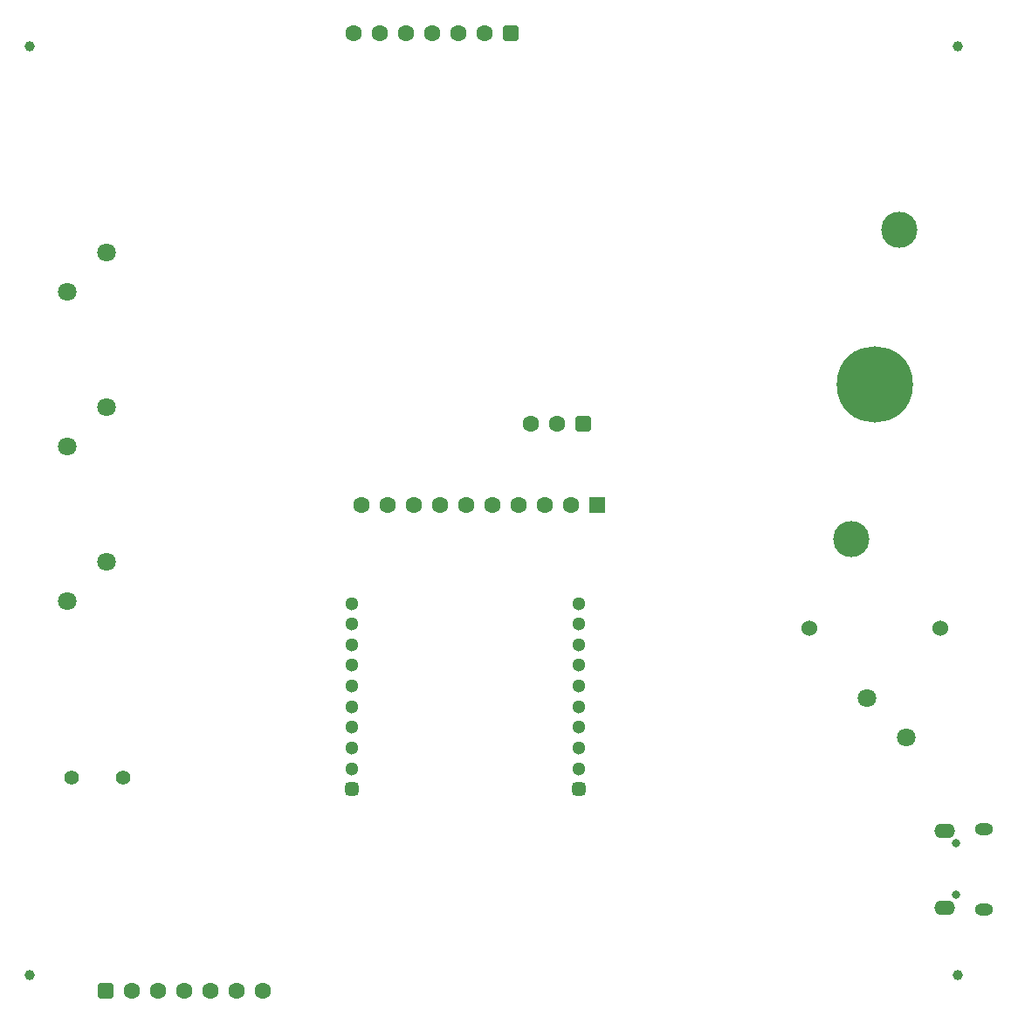
<source format=gbr>
%TF.GenerationSoftware,Altium Limited,Altium Designer,22.7.1 (60)*%
G04 Layer_Color=255*
%FSLAX43Y43*%
%MOMM*%
%TF.SameCoordinates,2B380584-264C-487A-9C59-0A3591007A03*%
%TF.FilePolarity,Positive*%
%TF.FileFunction,Pads,Bot*%
%TF.Part,Single*%
G01*
G75*
%TA.AperFunction,ComponentPad*%
%ADD35C,1.600*%
G04:AMPARAMS|DCode=36|XSize=1.6mm|YSize=1.6mm|CornerRadius=0.4mm|HoleSize=0mm|Usage=FLASHONLY|Rotation=180.000|XOffset=0mm|YOffset=0mm|HoleType=Round|Shape=RoundedRectangle|*
%AMROUNDEDRECTD36*
21,1,1.600,0.800,0,0,180.0*
21,1,0.800,1.600,0,0,180.0*
1,1,0.800,-0.400,0.400*
1,1,0.800,0.400,0.400*
1,1,0.800,0.400,-0.400*
1,1,0.800,-0.400,-0.400*
%
%ADD36ROUNDEDRECTD36*%
%ADD37O,2.000X1.400*%
%ADD38C,0.800*%
%ADD39O,1.800X1.150*%
%ADD40C,1.530*%
%ADD41C,3.500*%
%ADD42C,1.300*%
G04:AMPARAMS|DCode=43|XSize=1.3mm|YSize=1.3mm|CornerRadius=0.325mm|HoleSize=0mm|Usage=FLASHONLY|Rotation=90.000|XOffset=0mm|YOffset=0mm|HoleType=Round|Shape=RoundedRectangle|*
%AMROUNDEDRECTD43*
21,1,1.300,0.650,0,0,90.0*
21,1,0.650,1.300,0,0,90.0*
1,1,0.650,0.325,0.325*
1,1,0.650,0.325,-0.325*
1,1,0.650,-0.325,-0.325*
1,1,0.650,-0.325,0.325*
%
%ADD43ROUNDEDRECTD43*%
%ADD44C,1.800*%
%ADD45R,1.600X1.600*%
%ADD46C,1.400*%
%TA.AperFunction,WasherPad*%
%ADD47C,1.000*%
%TA.AperFunction,ComponentPad*%
%ADD50C,7.400*%
D35*
X36449Y96266D02*
D03*
X38989D02*
D03*
X44069D02*
D03*
X49149D02*
D03*
X46609D02*
D03*
X41529D02*
D03*
X27620Y3500D02*
D03*
X25080D02*
D03*
X20000D02*
D03*
X14920D02*
D03*
X17460D02*
D03*
X22540D02*
D03*
X56174Y58404D02*
D03*
X53634D02*
D03*
X37211Y50546D02*
D03*
X42291D02*
D03*
X47371D02*
D03*
X52451D02*
D03*
X57531D02*
D03*
X54991D02*
D03*
X49911D02*
D03*
X44831D02*
D03*
X39751D02*
D03*
D36*
X51689Y96266D02*
D03*
X12380Y3500D02*
D03*
X58714Y58404D02*
D03*
D37*
X93800Y11515D02*
D03*
Y18965D02*
D03*
D38*
X94900Y12740D02*
D03*
Y17740D02*
D03*
D39*
X97600Y11365D02*
D03*
Y19115D02*
D03*
D40*
X93372Y38611D02*
D03*
X80672D02*
D03*
D41*
X89372Y77221D02*
D03*
X84672Y47251D02*
D03*
D42*
X36244Y41000D02*
D03*
Y39000D02*
D03*
Y37000D02*
D03*
Y25000D02*
D03*
Y27000D02*
D03*
Y29000D02*
D03*
Y31000D02*
D03*
Y33000D02*
D03*
Y35000D02*
D03*
X58244Y41000D02*
D03*
Y39000D02*
D03*
Y37000D02*
D03*
Y25000D02*
D03*
Y27000D02*
D03*
Y29000D02*
D03*
Y31000D02*
D03*
Y33000D02*
D03*
Y35000D02*
D03*
D43*
X36244Y23000D02*
D03*
X58244D02*
D03*
D44*
X12500Y75000D02*
D03*
X8690Y71190D02*
D03*
X12500Y60000D02*
D03*
X8690Y56190D02*
D03*
X12500Y45000D02*
D03*
X8690Y41190D02*
D03*
X90000Y28000D02*
D03*
X86190Y31810D02*
D03*
D45*
X60071Y50546D02*
D03*
D46*
X9057Y24130D02*
D03*
X14057D02*
D03*
D47*
X5000Y5000D02*
D03*
X95000D02*
D03*
Y95000D02*
D03*
X5000D02*
D03*
D50*
X87022Y62236D02*
D03*
%TF.MD5,3c5a13e6bad78f0fc6aae345101a89fe*%
M02*

</source>
